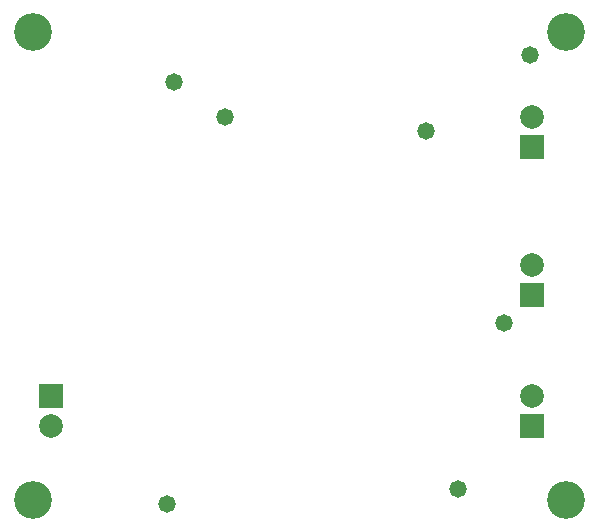
<source format=gbs>
G04 Layer_Color=16711935*
%FSLAX25Y25*%
%MOIN*%
G70*
G01*
G75*
%ADD40C,0.07887*%
%ADD41R,0.07887X0.07887*%
%ADD42C,0.12611*%
%ADD43C,0.05800*%
D40*
X214173Y194252D02*
D03*
Y145158D02*
D03*
Y101181D02*
D03*
X53937Y91181D02*
D03*
D41*
X214173Y184252D02*
D03*
Y135158D02*
D03*
Y91181D02*
D03*
X53937Y101181D02*
D03*
D42*
X48031Y222835D02*
D03*
X225590D02*
D03*
Y66535D02*
D03*
X48031D02*
D03*
D43*
X92520Y65354D02*
D03*
X189764Y70472D02*
D03*
X111811Y194252D02*
D03*
X179134Y189764D02*
D03*
X205118Y125591D02*
D03*
X213779Y214961D02*
D03*
X94882Y205906D02*
D03*
M02*

</source>
